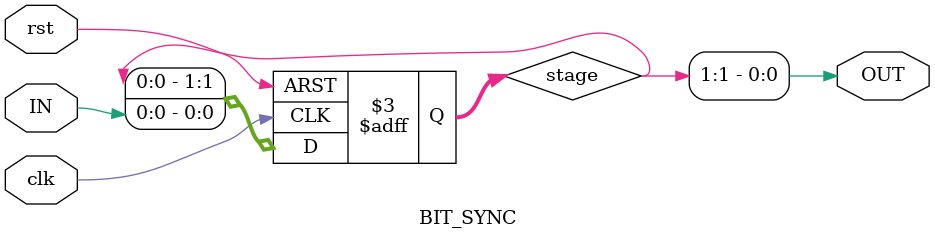
<source format=v>
module BIT_SYNC (clk,rst,IN,OUT);
	
	parameter N=2;

	input clk,rst;
	input IN;
	
	output OUT;

	reg [N-1:0] stage;

	always @(posedge clk or negedge rst) begin
		if(!rst) begin
			stage<=0;
		end
		else begin
			stage<={stage[N-2:0],IN};
		end	
	end

	assign OUT=stage[N-1];
	
endmodule
</source>
